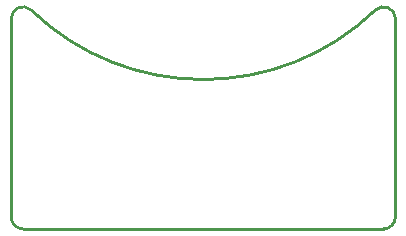
<source format=gbr>
%TF.GenerationSoftware,KiCad,Pcbnew,(6.0.0)*%
%TF.CreationDate,2022-03-25T10:47:18+03:00*%
%TF.ProjectId,SmartTap,536d6172-7454-4617-902e-6b696361645f,1*%
%TF.SameCoordinates,Original*%
%TF.FileFunction,Profile,NP*%
%FSLAX46Y46*%
G04 Gerber Fmt 4.6, Leading zero omitted, Abs format (unit mm)*
G04 Created by KiCad (PCBNEW (6.0.0)) date 2022-03-25 10:47:18*
%MOMM*%
%LPD*%
G01*
G04 APERTURE LIST*
%TA.AperFunction,Profile*%
%ADD10C,0.250000*%
%TD*%
G04 APERTURE END LIST*
D10*
X180188294Y-123523801D02*
G75*
G03*
X181188294Y-124523780I999991J12D01*
G01*
X212718557Y-106715794D02*
G75*
G03*
X211024688Y-105995709I-1000001J-19D01*
G01*
X181882164Y-105995709D02*
G75*
G03*
X211024688Y-105995709I14571262J15122536D01*
G01*
X211718558Y-124523780D02*
G75*
G03*
X212718558Y-123523801I9J999991D01*
G01*
X181882164Y-105995708D02*
G75*
G03*
X180188294Y-106715794I-693868J-720105D01*
G01*
X212718558Y-106715794D02*
X212718558Y-123523801D01*
X211718558Y-124523780D02*
X181188294Y-124523780D01*
X180188294Y-123523801D02*
X180188294Y-106715794D01*
M02*

</source>
